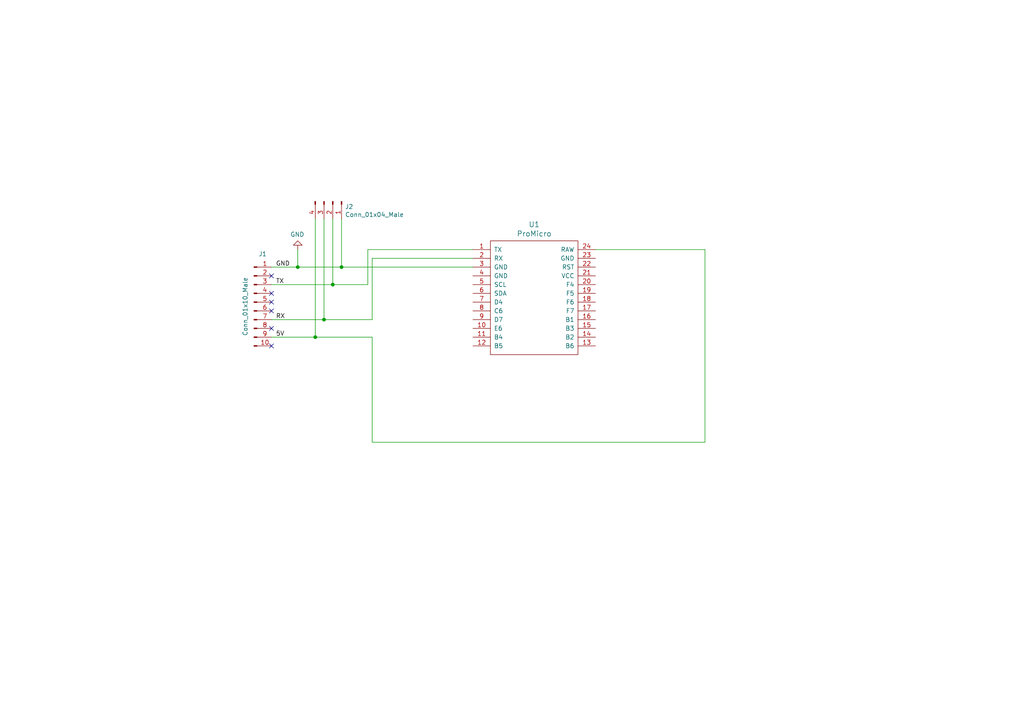
<source format=kicad_sch>
(kicad_sch (version 20211123) (generator eeschema)
  (paper "A4")
  (title_block (title "KNX-Busankoppler") (date "2022-02-08") (rev "1.1") (company "haus-automatisierung.com") (comment 1 "Matthias Kleine"))
  (lib_symbols
    (symbol "Connector:Conn_01x04_Male" (pin_names (offset 1.016) hide)
      (property "Reference" "J" (at 0 5.08 0))
      (property "Value" "Conn_01x04_Male" (at 0 -7.62 0))
      (symbol "Conn_01x04_Male_1_1"
        (polyline (pts (xy 1.27 -5.08) (xy 0.8636 -5.08)) (stroke (width 0.1524)))
        (polyline (pts (xy 1.27 -2.54) (xy 0.8636 -2.54)) (stroke (width 0.1524)))
        (polyline (pts (xy 1.27 0) (xy 0.8636 0)) (stroke (width 0.1524)))
        (polyline (pts (xy 1.27 2.54) (xy 0.8636 2.54)) (stroke (width 0.1524)))
        (rectangle (start 0.8636 -4.953) (end 0 -5.207) (stroke (width 0.1524)) (fill (type outline)))
        (rectangle (start 0.8636 -2.413) (end 0 -2.667) (stroke (width 0.1524)) (fill (type outline)))
        (rectangle (start 0.8636 0.127) (end 0 -0.127) (stroke (width 0.1524)) (fill (type outline)))
        (rectangle (start 0.8636 2.667) (end 0 2.413) (stroke (width 0.1524)) (fill (type outline)))
        (pin passive line (at 5.08 2.54 180) (length 3.81) (name "Pin_1") (number "1"))
        (pin passive line (at 5.08 0 180) (length 3.81) (name "Pin_2") (number "2"))
        (pin passive line (at 5.08 -2.54 180) (length 3.81) (name "Pin_3") (number "3"))
        (pin passive line (at 5.08 -5.08 180) (length 3.81) (name "Pin_4") (number "4"))
      )
    )
    (symbol "Connector:Conn_01x10_Male" (pin_names (offset 1.016) hide)
      (property "Reference" "J" (at 0 12.7 0))
      (property "Value" "Conn_01x10_Male" (at 0 -15.24 0))
      (symbol "Conn_01x10_Male_1_1"
        (polyline (pts (xy 1.27 -12.7) (xy 0.8636 -12.7)) (stroke (width 0.1524)))
        (polyline (pts (xy 1.27 -10.16) (xy 0.8636 -10.16)) (stroke (width 0.1524)))
        (polyline (pts (xy 1.27 -7.62) (xy 0.8636 -7.62)) (stroke (width 0.1524)))
        (polyline (pts (xy 1.27 -5.08) (xy 0.8636 -5.08)) (stroke (width 0.1524)))
        (polyline (pts (xy 1.27 -2.54) (xy 0.8636 -2.54)) (stroke (width 0.1524)))
        (polyline (pts (xy 1.27 0) (xy 0.8636 0)) (stroke (width 0.1524)))
        (polyline (pts (xy 1.27 2.54) (xy 0.8636 2.54)) (stroke (width 0.1524)))
        (polyline (pts (xy 1.27 5.08) (xy 0.8636 5.08)) (stroke (width 0.1524)))
        (polyline (pts (xy 1.27 7.62) (xy 0.8636 7.62)) (stroke (width 0.1524)))
        (polyline (pts (xy 1.27 10.16) (xy 0.8636 10.16)) (stroke (width 0.1524)))
        (rectangle (start 0.8636 -12.573) (end 0 -12.827) (stroke (width 0.1524)) (fill (type outline)))
        (rectangle (start 0.8636 -10.033) (end 0 -10.287) (stroke (width 0.1524)) (fill (type outline)))
        (rectangle (start 0.8636 -7.493) (end 0 -7.747) (stroke (width 0.1524)) (fill (type outline)))
        (rectangle (start 0.8636 -4.953) (end 0 -5.207) (stroke (width 0.1524)) (fill (type outline)))
        (rectangle (start 0.8636 -2.413) (end 0 -2.667) (stroke (width 0.1524)) (fill (type outline)))
        (rectangle (start 0.8636 0.127) (end 0 -0.127) (stroke (width 0.1524)) (fill (type outline)))
        (rectangle (start 0.8636 2.667) (end 0 2.413) (stroke (width 0.1524)) (fill (type outline)))
        (rectangle (start 0.8636 5.207) (end 0 4.953) (stroke (width 0.1524)) (fill (type outline)))
        (rectangle (start 0.8636 7.747) (end 0 7.493) (stroke (width 0.1524)) (fill (type outline)))
        (rectangle (start 0.8636 10.287) (end 0 10.033) (stroke (width 0.1524)) (fill (type outline)))
        (pin passive line (at 5.08 10.16 180) (length 3.81) (name "Pin_1") (number "1"))
        (pin passive line (at 5.08 -12.7 180) (length 3.81) (name "Pin_10") (number "10"))
        (pin passive line (at 5.08 7.62 180) (length 3.81) (name "Pin_2") (number "2"))
        (pin passive line (at 5.08 5.08 180) (length 3.81) (name "Pin_3") (number "3"))
        (pin passive line (at 5.08 2.54 180) (length 3.81) (name "Pin_4") (number "4"))
        (pin passive line (at 5.08 0 180) (length 3.81) (name "Pin_5") (number "5"))
        (pin passive line (at 5.08 -2.54 180) (length 3.81) (name "Pin_6") (number "6"))
        (pin passive line (at 5.08 -5.08 180) (length 3.81) (name "Pin_7") (number "7"))
        (pin passive line (at 5.08 -7.62 180) (length 3.81) (name "Pin_8") (number "8"))
        (pin passive line (at 5.08 -10.16 180) (length 3.81) (name "Pin_9") (number "9"))
      )
    )
    (symbol "power:GND" (power) (pin_names (offset 0))
      (property "Value" "GND" (at 0 -3.81 0))
      (symbol "GND_0_1"
        (polyline (pts (xy 0 0) (xy 0 -1.27) (xy 1.27 -1.27) (xy 0 -2.54) (xy -1.27 -1.27) (xy 0 -1.27)))
      )
      (symbol "GND_1_1"
        (pin power_in line (at 0 0 270) (length 0) hide (name "GND") (number "1"))
      )
    )
    (symbol "promicro:ProMicro" (pin_names (offset 1.016))
      (property "Reference" "U" (at 0 24.13 0))
      (property "Value" "promicro_ProMicro" (at 0 -13.97 0))
      (symbol "ProMicro_0_1"
        (rectangle (start -12.7 21.59) (end 12.7 -11.43))
      )
      (symbol "ProMicro_1_1"
        (pin bidirectional line (at -17.78 19.05 0) (length 5.08) (name "TX") (number "1"))
        (pin bidirectional line (at -17.78 -3.81 0) (length 5.08) (name "E6") (number "10"))
        (pin bidirectional line (at -17.78 -6.35 0) (length 5.08) (name "B4") (number "11"))
        (pin bidirectional line (at -17.78 -8.89 0) (length 5.08) (name "B5") (number "12"))
        (pin bidirectional line (at 17.78 -8.89 180) (length 5.08) (name "B6") (number "13"))
        (pin bidirectional line (at 17.78 -6.35 180) (length 5.08) (name "B2") (number "14"))
        (pin bidirectional line (at 17.78 -3.81 180) (length 5.08) (name "B3") (number "15"))
        (pin bidirectional line (at 17.78 -1.27 180) (length 5.08) (name "B1") (number "16"))
        (pin bidirectional line (at 17.78 1.27 180) (length 5.08) (name "F7") (number "17"))
        (pin bidirectional line (at 17.78 3.81 180) (length 5.08) (name "F6") (number "18"))
        (pin bidirectional line (at 17.78 6.35 180) (length 5.08) (name "F5") (number "19"))
        (pin bidirectional line (at -17.78 16.51 0) (length 5.08) (name "RX") (number "2"))
        (pin bidirectional line (at 17.78 8.89 180) (length 5.08) (name "F4") (number "20"))
        (pin power_in line (at 17.78 11.43 180) (length 5.08) (name "VCC") (number "21"))
        (pin input line (at 17.78 13.97 180) (length 5.08) (name "RST") (number "22"))
        (pin power_in line (at 17.78 16.51 180) (length 5.08) (name "GND") (number "23"))
        (pin power_out line (at 17.78 19.05 180) (length 5.08) (name "RAW") (number "24"))
        (pin power_in line (at -17.78 13.97 0) (length 5.08) (name "GND") (number "3"))
        (pin power_in line (at -17.78 11.43 0) (length 5.08) (name "GND") (number "4"))
        (pin bidirectional line (at -17.78 8.89 0) (length 5.08) (name "SCL") (number "5"))
        (pin bidirectional line (at -17.78 6.35 0) (length 5.08) (name "SDA") (number "6"))
        (pin bidirectional line (at -17.78 3.81 0) (length 5.08) (name "D4") (number "7"))
        (pin bidirectional line (at -17.78 1.27 0) (length 5.08) (name "C6") (number "8"))
        (pin bidirectional line (at -17.78 -1.27 0) (length 5.08) (name "D7") (number "9"))
      )
    )
  )
  (junction (at 91.44 97.79))
  (junction (at 93.98 92.71))
  (junction (at 96.52 82.55))
  (junction (at 86.36 77.47))
  (junction (at 99.06 77.47))
  (no_connect (at 78.74 85.09))
  (no_connect (at 78.74 90.17))
  (no_connect (at 78.74 87.63))
  (no_connect (at 78.74 95.25))
  (no_connect (at 78.74 80.01))
  (no_connect (at 78.74 100.33))
  (wire (pts (xy 106.68 82.55) (xy 106.68 72.39)))
  (wire (pts (xy 78.74 82.55) (xy 96.52 82.55)))
  (wire (pts (xy 99.06 63.5) (xy 99.06 77.47)))
  (wire (pts (xy 204.47 72.39) (xy 172.72 72.39)))
  (wire (pts (xy 78.74 92.71) (xy 93.98 92.71)))
  (wire (pts (xy 96.52 82.55) (xy 106.68 82.55)))
  (wire (pts (xy 91.44 63.5) (xy 91.44 97.79)))
  (wire (pts (xy 78.74 97.79) (xy 91.44 97.79)))
  (wire (pts (xy 86.36 72.39) (xy 86.36 77.47)))
  (wire (pts (xy 204.47 128.27) (xy 204.47 72.39)))
  (wire (pts (xy 107.95 128.27) (xy 204.47 128.27)))
  (wire (pts (xy 96.52 63.5) (xy 96.52 82.55)))
  (wire (pts (xy 93.98 92.71) (xy 107.95 92.71)))
  (wire (pts (xy 107.95 97.79) (xy 107.95 128.27)))
  (wire (pts (xy 107.95 74.93) (xy 137.16 74.93)))
  (wire (pts (xy 93.98 63.5) (xy 93.98 92.71)))
  (wire (pts (xy 78.74 77.47) (xy 86.36 77.47)))
  (wire (pts (xy 99.06 77.47) (xy 137.16 77.47)))
  (wire (pts (xy 91.44 97.79) (xy 107.95 97.79)))
  (wire (pts (xy 106.68 72.39) (xy 137.16 72.39)))
  (wire (pts (xy 86.36 77.47) (xy 99.06 77.47)))
  (wire (pts (xy 107.95 92.71) (xy 107.95 74.93)))
  (label "5V" (at 80.01 97.79 0))
  (label "RX" (at 80.01 92.71 0))
  (label "GND" (at 80.01 77.47 0))
  (label "TX" (at 80.01 82.55 0))
  (symbol (lib_id "Connector:Conn_01x10_Male") (at 73.66 87.63 0) (unit 1)
    (property "Reference" "J1" (at 76.2 73.66 0))
    (property "Value" "Conn_01x10_Male" (at 71.12 88.9 90))
    (property "Footprint" "Connector_PinHeader_2.54mm:PinHeader_2x05_P2.54mm_Vertical" (effects hide))
  )
  (symbol (lib_id "promicro:ProMicro") (at 154.94 91.44 0) (unit 1)
    (property "Reference" "U1" (at 154.94 65.1002 0) (effects (font (size 1.524 1.524))))
    (property "Value" "ProMicro" (at 154.94 67.7926 0) (effects (font (size 1.524 1.524))))
    (property "Footprint" "haus-automatisierung:ArduinoProMicro" (effects hide))
  )
  (symbol (lib_id "Connector:Conn_01x04_Male") (at 96.52 58.42 270) (unit 1)
    (property "Reference" "J2" (at 100.076 59.944 90) (effects (justify left)))
    (property "Value" "Conn_01x04_Male" (at 100.076 62.2554 90) (effects (justify left)))
    (property "Footprint" "Connector_PinHeader_2.54mm:PinHeader_1x04_P2.54mm_Vertical" (effects hide))
  )
  (symbol (lib_id "power:GND") (at 86.36 72.39 180) (unit 1)
    (property "Reference" "#PWR0101" (effects hide))
    (property "Value" "GND" (at 86.233 67.9958 0))
  )
)
</source>
